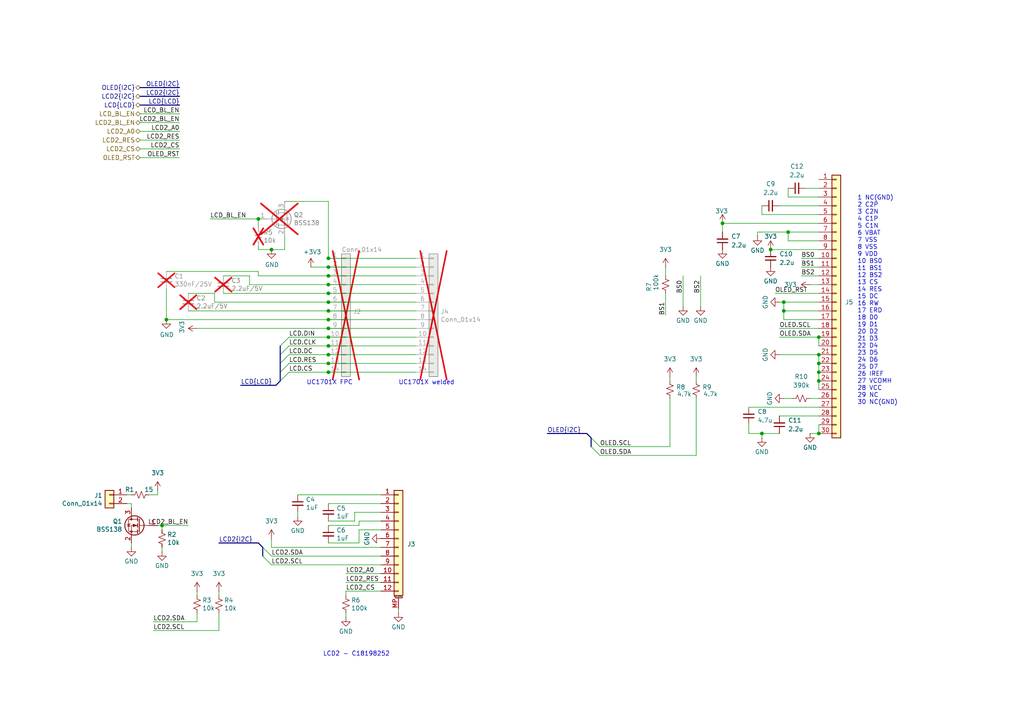
<source format=kicad_sch>
(kicad_sch (version 20250114) (generator "eeschema") (generator_version "9.0")
  (paper "A4")
  (title_block (title "OLED") (date "2025-07-15") (rev "V0.1") (company "Afonso Muralha"))
  (lib_symbols
    (symbol "Connector_Generic:Conn_01x02" (pin_names (offset 1.016) (hide yes))
      (property "Reference" "J" (at 0 2.54 0))
      (property "Value" "Conn_01x02" (at 0 -5.08 0))
      (symbol "Conn_01x02_1_1"
        (rectangle (start -1.27 1.27) (end 1.27 -3.81) (stroke (width 0.254)) (fill (type background)))
        (rectangle (start -1.27 0.127) (end 0 -0.127) (stroke (width 0.1524)))
        (rectangle (start -1.27 -2.413) (end 0 -2.667) (stroke (width 0.1524)))
        (pin passive line (at -5.08 0 0) (length 3.81) (name "Pin_1") (number "1"))
        (pin passive line (at -5.08 -2.54 0) (length 3.81) (name "Pin_2") (number "2"))
      )
    )
    (symbol "Connector_Generic:Conn_01x14" (pin_names (offset 1.016) (hide yes))
      (property "Reference" "J" (at 0 17.78 0))
      (property "Value" "Conn_01x14" (at 0 -20.32 0))
      (symbol "Conn_01x14_1_1"
        (rectangle (start -1.27 16.51) (end 1.27 -19.05) (stroke (width 0.254)) (fill (type background)))
        (rectangle (start -1.27 15.367) (end 0 15.113) (stroke (width 0.1524)))
        (rectangle (start -1.27 12.827) (end 0 12.573) (stroke (width 0.1524)))
        (rectangle (start -1.27 10.287) (end 0 10.033) (stroke (width 0.1524)))
        (rectangle (start -1.27 7.747) (end 0 7.493) (stroke (width 0.1524)))
        (rectangle (start -1.27 5.207) (end 0 4.953) (stroke (width 0.1524)))
        (rectangle (start -1.27 2.667) (end 0 2.413) (stroke (width 0.1524)))
        (rectangle (start -1.27 0.127) (end 0 -0.127) (stroke (width 0.1524)))
        (rectangle (start -1.27 -2.413) (end 0 -2.667) (stroke (width 0.1524)))
        (rectangle (start -1.27 -4.953) (end 0 -5.207) (stroke (width 0.1524)))
        (rectangle (start -1.27 -7.493) (end 0 -7.747) (stroke (width 0.1524)))
        (rectangle (start -1.27 -10.033) (end 0 -10.287) (stroke (width 0.1524)))
        (rectangle (start -1.27 -12.573) (end 0 -12.827) (stroke (width 0.1524)))
        (rectangle (start -1.27 -15.113) (end 0 -15.367) (stroke (width 0.1524)))
        (rectangle (start -1.27 -17.653) (end 0 -17.907) (stroke (width 0.1524)))
        (pin passive line (at -5.08 15.24 0) (length 3.81) (name "Pin_1") (number "1"))
        (pin passive line (at -5.08 12.7 0) (length 3.81) (name "Pin_2") (number "2"))
        (pin passive line (at -5.08 10.16 0) (length 3.81) (name "Pin_3") (number "3"))
        (pin passive line (at -5.08 7.62 0) (length 3.81) (name "Pin_4") (number "4"))
        (pin passive line (at -5.08 5.08 0) (length 3.81) (name "Pin_5") (number "5"))
        (pin passive line (at -5.08 2.54 0) (length 3.81) (name "Pin_6") (number "6"))
        (pin passive line (at -5.08 0 0) (length 3.81) (name "Pin_7") (number "7"))
        (pin passive line (at -5.08 -2.54 0) (length 3.81) (name "Pin_8") (number "8"))
        (pin passive line (at -5.08 -5.08 0) (length 3.81) (name "Pin_9") (number "9"))
        (pin passive line (at -5.08 -7.62 0) (length 3.81) (name "Pin_10") (number "10"))
        (pin passive line (at -5.08 -10.16 0) (length 3.81) (name "Pin_11") (number "11"))
        (pin passive line (at -5.08 -12.7 0) (length 3.81) (name "Pin_12") (number "12"))
        (pin passive line (at -5.08 -15.24 0) (length 3.81) (name "Pin_13") (number "13"))
        (pin passive line (at -5.08 -17.78 0) (length 3.81) (name "Pin_14") (number "14"))
      )
    )
    (symbol "Connector_Generic:Conn_01x30" (pin_names (offset 1.016) (hide yes))
      (property "Reference" "J" (at 0 38.1 0))
      (property "Value" "Conn_01x30" (at 0 -40.64 0))
      (symbol "Conn_01x30_1_1"
        (rectangle (start -1.27 36.83) (end 1.27 -39.37) (stroke (width 0.254)) (fill (type background)))
        (rectangle (start -1.27 35.687) (end 0 35.433) (stroke (width 0.1524)))
        (rectangle (start -1.27 33.147) (end 0 32.893) (stroke (width 0.1524)))
        (rectangle (start -1.27 30.607) (end 0 30.353) (stroke (width 0.1524)))
        (rectangle (start -1.27 28.067) (end 0 27.813) (stroke (width 0.1524)))
        (rectangle (start -1.27 25.527) (end 0 25.273) (stroke (width 0.1524)))
        (rectangle (start -1.27 22.987) (end 0 22.733) (stroke (width 0.1524)))
        (rectangle (start -1.27 20.447) (end 0 20.193) (stroke (width 0.1524)))
        (rectangle (start -1.27 17.907) (end 0 17.653) (stroke (width 0.1524)))
        (rectangle (start -1.27 15.367) (end 0 15.113) (stroke (width 0.1524)))
        (rectangle (start -1.27 12.827) (end 0 12.573) (stroke (width 0.1524)))
        (rectangle (start -1.27 10.287) (end 0 10.033) (stroke (width 0.1524)))
        (rectangle (start -1.27 7.747) (end 0 7.493) (stroke (width 0.1524)))
        (rectangle (start -1.27 5.207) (end 0 4.953) (stroke (width 0.1524)))
        (rectangle (start -1.27 2.667) (end 0 2.413) (stroke (width 0.1524)))
        (rectangle (start -1.27 0.127) (end 0 -0.127) (stroke (width 0.1524)))
        (rectangle (start -1.27 -2.413) (end 0 -2.667) (stroke (width 0.1524)))
        (rectangle (start -1.27 -4.953) (end 0 -5.207) (stroke (width 0.1524)))
        (rectangle (start -1.27 -7.493) (end 0 -7.747) (stroke (width 0.1524)))
        (rectangle (start -1.27 -10.033) (end 0 -10.287) (stroke (width 0.1524)))
        (rectangle (start -1.27 -12.573) (end 0 -12.827) (stroke (width 0.1524)))
        (rectangle (start -1.27 -15.113) (end 0 -15.367) (stroke (width 0.1524)))
        (rectangle (start -1.27 -17.653) (end 0 -17.907) (stroke (width 0.1524)))
        (rectangle (start -1.27 -20.193) (end 0 -20.447) (stroke (width 0.1524)))
        (rectangle (start -1.27 -22.733) (end 0 -22.987) (stroke (width 0.1524)))
        (rectangle (start -1.27 -25.273) (end 0 -25.527) (stroke (width 0.1524)))
        (rectangle (start -1.27 -27.813) (end 0 -28.067) (stroke (width 0.1524)))
        (rectangle (start -1.27 -30.353) (end 0 -30.607) (stroke (width 0.1524)))
        (rectangle (start -1.27 -32.893) (end 0 -33.147) (stroke (width 0.1524)))
        (rectangle (start -1.27 -35.433) (end 0 -35.687) (stroke (width 0.1524)))
        (rectangle (start -1.27 -37.973) (end 0 -38.227) (stroke (width 0.1524)))
        (pin passive line (at -5.08 35.56 0) (length 3.81) (name "Pin_1") (number "1"))
        (pin passive line (at -5.08 33.02 0) (length 3.81) (name "Pin_2") (number "2"))
        (pin passive line (at -5.08 30.48 0) (length 3.81) (name "Pin_3") (number "3"))
        (pin passive line (at -5.08 27.94 0) (length 3.81) (name "Pin_4") (number "4"))
        (pin passive line (at -5.08 25.4 0) (length 3.81) (name "Pin_5") (number "5"))
        (pin passive line (at -5.08 22.86 0) (length 3.81) (name "Pin_6") (number "6"))
        (pin passive line (at -5.08 20.32 0) (length 3.81) (name "Pin_7") (number "7"))
        (pin passive line (at -5.08 17.78 0) (length 3.81) (name "Pin_8") (number "8"))
        (pin passive line (at -5.08 15.24 0) (length 3.81) (name "Pin_9") (number "9"))
        (pin passive line (at -5.08 12.7 0) (length 3.81) (name "Pin_10") (number "10"))
        (pin passive line (at -5.08 10.16 0) (length 3.81) (name "Pin_11") (number "11"))
        (pin passive line (at -5.08 7.62 0) (length 3.81) (name "Pin_12") (number "12"))
        (pin passive line (at -5.08 5.08 0) (length 3.81) (name "Pin_13") (number "13"))
        (pin passive line (at -5.08 2.54 0) (length 3.81) (name "Pin_14") (number "14"))
        (pin passive line (at -5.08 0 0) (length 3.81) (name "Pin_15") (number "15"))
        (pin passive line (at -5.08 -2.54 0) (length 3.81) (name "Pin_16") (number "16"))
        (pin passive line (at -5.08 -5.08 0) (length 3.81) (name "Pin_17") (number "17"))
        (pin passive line (at -5.08 -7.62 0) (length 3.81) (name "Pin_18") (number "18"))
        (pin passive line (at -5.08 -10.16 0) (length 3.81) (name "Pin_19") (number "19"))
        (pin passive line (at -5.08 -12.7 0) (length 3.81) (name "Pin_20") (number "20"))
        (pin passive line (at -5.08 -15.24 0) (length 3.81) (name "Pin_21") (number "21"))
        (pin passive line (at -5.08 -17.78 0) (length 3.81) (name "Pin_22") (number "22"))
        (pin passive line (at -5.08 -20.32 0) (length 3.81) (name "Pin_23") (number "23"))
        (pin passive line (at -5.08 -22.86 0) (length 3.81) (name "Pin_24") (number "24"))
        (pin passive line (at -5.08 -25.4 0) (length 3.81) (name "Pin_25") (number "25"))
        (pin passive line (at -5.08 -27.94 0) (length 3.81) (name "Pin_26") (number "26"))
        (pin passive line (at -5.08 -30.48 0) (length 3.81) (name "Pin_27") (number "27"))
        (pin passive line (at -5.08 -33.02 0) (length 3.81) (name "Pin_28") (number "28"))
        (pin passive line (at -5.08 -35.56 0) (length 3.81) (name "Pin_29") (number "29"))
        (pin passive line (at -5.08 -38.1 0) (length 3.81) (name "Pin_30") (number "30"))
      )
    )
    (symbol "Connector_Generic_MountingPin:Conn_01x12_MountingPin" (pin_names (offset 1.016) (hide yes))
      (property "Reference" "J" (at 0 15.24 0))
      (property "Value" "Conn_01x12_MountingPin" (at 1.27 -17.78 0))
      (symbol "Conn_01x12_MountingPin_1_1"
        (rectangle (start -1.27 13.97) (end 1.27 -16.51) (stroke (width 0.254)) (fill (type background)))
        (rectangle (start -1.27 12.827) (end 0 12.573) (stroke (width 0.1524)))
        (rectangle (start -1.27 10.287) (end 0 10.033) (stroke (width 0.1524)))
        (rectangle (start -1.27 7.747) (end 0 7.493) (stroke (width 0.1524)))
        (rectangle (start -1.27 5.207) (end 0 4.953) (stroke (width 0.1524)))
        (rectangle (start -1.27 2.667) (end 0 2.413) (stroke (width 0.1524)))
        (rectangle (start -1.27 0.127) (end 0 -0.127) (stroke (width 0.1524)))
        (rectangle (start -1.27 -2.413) (end 0 -2.667) (stroke (width 0.1524)))
        (rectangle (start -1.27 -4.953) (end 0 -5.207) (stroke (width 0.1524)))
        (rectangle (start -1.27 -7.493) (end 0 -7.747) (stroke (width 0.1524)))
        (rectangle (start -1.27 -10.033) (end 0 -10.287) (stroke (width 0.1524)))
        (rectangle (start -1.27 -12.573) (end 0 -12.827) (stroke (width 0.1524)))
        (rectangle (start -1.27 -15.113) (end 0 -15.367) (stroke (width 0.1524)))
        (polyline (pts (xy -1.016 -17.272) (xy 1.016 -17.272)) (stroke (width 0.1524)))
        (text "Mounting" (at 0 -16.891 0) (effects (font (size 0.381 0.381))))
        (pin passive line (at -5.08 12.7 0) (length 3.81) (name "Pin_1") (number "1"))
        (pin passive line (at -5.08 10.16 0) (length 3.81) (name "Pin_2") (number "2"))
        (pin passive line (at -5.08 7.62 0) (length 3.81) (name "Pin_3") (number "3"))
        (pin passive line (at -5.08 5.08 0) (length 3.81) (name "Pin_4") (number "4"))
        (pin passive line (at -5.08 2.54 0) (length 3.81) (name "Pin_5") (number "5"))
        (pin passive line (at -5.08 0 0) (length 3.81) (name "Pin_6") (number "6"))
        (pin passive line (at -5.08 -2.54 0) (length 3.81) (name "Pin_7") (number "7"))
        (pin passive line (at -5.08 -5.08 0) (length 3.81) (name "Pin_8") (number "8"))
        (pin passive line (at -5.08 -7.62 0) (length 3.81) (name "Pin_9") (number "9"))
        (pin passive line (at -5.08 -10.16 0) (length 3.81) (name "Pin_10") (number "10"))
        (pin passive line (at -5.08 -12.7 0) (length 3.81) (name "Pin_11") (number "11"))
        (pin passive line (at -5.08 -15.24 0) (length 3.81) (name "Pin_12") (number "12"))
        (pin passive line (at 0 -20.32 90) (length 3.048) (name "MountPin") (number "MP"))
      )
    )
    (symbol "Device:C_Small" (pin_numbers (hide yes)) (pin_names (offset 0.254) (hide yes))
      (property "Reference" "C" (at 0.254 1.778 0))
      (property "Value" "C_Small" (at 0.254 -2.032 0))
      (symbol "C_Small_0_1"
        (polyline (pts (xy -1.524 0.508) (xy 1.524 0.508)) (stroke (width 0.3048)))
        (polyline (pts (xy -1.524 -0.508) (xy 1.524 -0.508)) (stroke (width 0.3302)))
      )
      (symbol "C_Small_1_1"
        (pin passive line (at 0 2.54 270) (length 2.032) (name "~") (number "1"))
        (pin passive line (at 0 -2.54 90) (length 2.032) (name "~") (number "2"))
      )
    )
    (symbol "Device:R_Small_US" (pin_numbers (hide yes)) (pin_names (offset 0.254) (hide yes))
      (property "Reference" "R" (at 0.762 0.508 0))
      (property "Value" "R_Small_US" (at 0.762 -1.016 0))
      (symbol "R_Small_US_1_1"
        (polyline (pts (xy 0 1.524) (xy 1.016 1.143) (xy 0 0.762) (xy -1.016 0.381) (xy 0 0)))
        (polyline (pts (xy 0 0) (xy 1.016 -0.381) (xy 0 -0.762) (xy -1.016 -1.143) (xy 0 -1.524)))
        (pin passive line (at 0 2.54 270) (length 1.016) (name "~") (number "1"))
        (pin passive line (at 0 -2.54 90) (length 1.016) (name "~") (number "2"))
      )
    )
    (symbol "OpenTama-rescue:+3.3V-power" (power) (pin_names (offset 0))
      (property "Value" "+3.3V-power" (at 0 3.556 0))
      (symbol "+3.3V-power_0_1"
        (polyline (pts (xy -0.762 1.27) (xy 0 2.54)))
        (polyline (pts (xy 0 2.54) (xy 0.762 1.27)))
        (polyline (pts (xy 0 0) (xy 0 2.54)))
      )
      (symbol "+3.3V-power_1_1"
        (pin power_in line (at 0 0 90) (length 0) (hide yes) (name "+3V3") (number "1"))
      )
    )
    (symbol "Transistor_FET:BSS138" (pin_names (hide yes))
      (property "Reference" "Q" (at 5.08 1.905 0))
      (property "Value" "BSS138" (at 5.08 0 0))
      (symbol "BSS138_0_1"
        (polyline (pts (xy 0.254 1.905) (xy 0.254 -1.905)) (stroke (width 0.254)))
        (polyline (pts (xy 0.254 0) (xy -2.54 0)))
        (polyline (pts (xy 0.762 2.286) (xy 0.762 1.27)) (stroke (width 0.254)))
        (polyline (pts (xy 0.762 0.508) (xy 0.762 -0.508)) (stroke (width 0.254)))
        (polyline (pts (xy 0.762 -1.27) (xy 0.762 -2.286)) (stroke (width 0.254)))
        (polyline (pts (xy 0.762 -1.778) (xy 3.302 -1.778) (xy 3.302 1.778) (xy 0.762 1.778)))
        (polyline (pts (xy 1.016 0) (xy 2.032 0.381) (xy 2.032 -0.381) (xy 1.016 0)) (fill (type outline)))
        (circle (center 1.651 0) (radius 2.794) (stroke (width 0.254)))
        (polyline (pts (xy 2.54 2.54) (xy 2.54 1.778)))
        (circle (center 2.54 1.778) (radius 0.254) (fill (type outline)))
        (circle (center 2.54 -1.778) (radius 0.254) (fill (type outline)))
        (polyline (pts (xy 2.54 -2.54) (xy 2.54 0) (xy 0.762 0)))
        (polyline (pts (xy 2.794 0.508) (xy 2.921 0.381) (xy 3.683 0.381) (xy 3.81 0.254)))
        (polyline (pts (xy 3.302 0.381) (xy 2.921 -0.254) (xy 3.683 -0.254) (xy 3.302 0.381)))
      )
      (symbol "BSS138_1_1"
        (pin input line (at -5.08 0 0) (length 2.54) (name "G") (number "1"))
        (pin passive line (at 2.54 5.08 270) (length 2.54) (name "D") (number "3"))
        (pin passive line (at 2.54 -5.08 90) (length 2.54) (name "S") (number "2"))
      )
    )
    (symbol "power:+3.3V" (power) (pin_numbers (hide yes)) (pin_names (offset 0) (hide yes))
      (property "Value" "+3.3V" (at 0 3.556 0))
      (symbol "+3.3V_0_1"
        (polyline (pts (xy -0.762 1.27) (xy 0 2.54)))
        (polyline (pts (xy 0 2.54) (xy 0.762 1.27)))
        (polyline (pts (xy 0 0) (xy 0 2.54)))
      )
      (symbol "+3.3V_1_1"
        (pin power_in line (at 0 0 90) (length 0) (name "~") (number "1"))
      )
    )
    (symbol "power:GND" (power) (pin_numbers (hide yes)) (pin_names (offset 0) (hide yes))
      (property "Value" "GND" (at 0 -3.81 0))
      (symbol "GND_0_1"
        (polyline (pts (xy 0 0) (xy 0 -1.27) (xy 1.27 -1.27) (xy 0 -2.54) (xy -1.27 -1.27) (xy 0 -1.27)))
      )
      (symbol "GND_1_1"
        (pin power_in line (at 0 0 270) (length 0) (name "~") (number "1"))
      )
    )
  )
  (bus_alias "I2C" (members "SDA" "SCL"))
  (bus_alias "LCD" (members "DIN" "CLK" "DC" "RES" "CS"))
  (text "UC1701X welded" (at 115.57 111.76 0) (effects (font (size 1.27 1.27)) (justify left bottom)))
  (text "UC1701X FPC" (at 88.9 111.76 0) (effects (font (size 1.27 1.27)) (justify left bottom)))
  (text "1 NC(GND)\n2 C2P\n3 C2N\n4 C1P\n5 C1N\n6 VBAT\n7 VSS\n8 VSS\n9 VDD\n10 BS0\n11 BS1\n12 BS2\n13 CS\n14 RES\n15 DC\n16 RW\n17 ERD\n18 D0\n19 D1\n20 D2\n21 D3\n22 D4\n23 D5\n24 D6\n25 D7\n26 IREF\n27 VCOMH\n28 VCC\n29 NC\n30 NC(GND)" (at 248.666 87.122 0) (effects (font (size 1.27 1.27)) (justify left)))
  (text "LCD2 - C18198252\n" (at 103.378 189.738 0) (effects (font (size 1.27 1.27))))
  (junction (at 95.25 92.71))
  (junction (at 95.25 87.63))
  (junction (at 237.49 110.49))
  (junction (at 95.25 95.25))
  (junction (at 95.25 90.17))
  (junction (at 95.25 100.33))
  (junction (at 95.25 74.93))
  (junction (at 95.25 80.01))
  (junction (at 237.49 105.41))
  (junction (at 223.52 72.39))
  (junction (at 227.33 87.63))
  (junction (at 95.25 77.47))
  (junction (at 237.49 125.73))
  (junction (at 95.25 107.95))
  (junction (at 237.49 107.95))
  (junction (at 237.49 97.79))
  (junction (at 220.98 125.73))
  (junction (at 228.6 67.31))
  (junction (at 78.74 72.39))
  (junction (at 95.25 102.87))
  (junction (at 95.25 82.55))
  (junction (at 48.26 92.71))
  (junction (at 237.49 102.87))
  (junction (at 46.99 152.4))
  (junction (at 209.55 64.77))
  (junction (at 227.33 90.17))
  (junction (at 74.93 63.5))
  (junction (at 95.25 97.79))
  (junction (at 95.25 105.41))
  (junction (at 95.25 85.09))
  (bus_entry (at 81.28 107.95) (size 2.54 -2.54))
  (bus_entry (at 76.2 161.29) (size 2.54 2.54))
  (bus_entry (at 81.28 102.87) (size 2.54 -2.54))
  (bus_entry (at 76.2 158.75) (size 2.54 2.54))
  (bus_entry (at 81.28 105.41) (size 2.54 -2.54))
  (bus_entry (at 171.45 129.54) (size 2.54 2.54))
  (bus_entry (at 81.28 100.33) (size 2.54 -2.54))
  (bus_entry (at 171.45 127) (size 2.54 2.54))
  (bus_entry (at 81.28 110.49) (size 2.54 -2.54))
  (wire (pts (xy 36.83 143.51) (xy 38.1 143.51)))
  (wire (pts (xy 220.98 125.73) (xy 220.98 127)))
  (wire (pts (xy 74.93 66.04) (xy 74.93 63.5)))
  (wire (pts (xy 86.36 148.59) (xy 86.36 149.86)))
  (wire (pts (xy 120.65 92.71) (xy 95.25 92.71)))
  (wire (pts (xy 43.18 143.51) (xy 45.72 143.51)))
  (wire (pts (xy 48.26 83.82) (xy 48.26 92.71)))
  (wire (pts (xy 54.61 90.17) (xy 95.25 90.17)))
  (wire (pts (xy 193.04 85.09) (xy 193.04 91.44)))
  (wire (pts (xy 223.52 72.39) (xy 237.49 72.39)))
  (wire (pts (xy 102.87 151.13) (xy 102.87 148.59)))
  (wire (pts (xy 83.82 107.95) (xy 95.25 107.95)))
  (bus (pts (xy 40.64 30.48) (xy 52.07 30.48)))
  (wire (pts (xy 237.49 105.41) (xy 237.49 107.95)))
  (wire (pts (xy 234.95 115.57) (xy 237.49 115.57)))
  (wire (pts (xy 234.95 125.73) (xy 237.49 125.73)))
  (wire (pts (xy 95.25 82.55) (xy 72.39 82.55)))
  (wire (pts (xy 36.83 146.05) (xy 38.1 146.05)))
  (wire (pts (xy 72.39 80.01) (xy 64.77 80.01)))
  (wire (pts (xy 38.1 146.05) (xy 38.1 147.32)))
  (wire (pts (xy 228.6 67.31) (xy 237.49 67.31)))
  (wire (pts (xy 227.33 115.57) (xy 229.87 115.57)))
  (wire (pts (xy 227.33 87.63) (xy 237.49 87.63)))
  (bus (pts (xy 81.28 107.95) (xy 81.28 105.41)))
  (wire (pts (xy 40.64 38.1) (xy 52.07 38.1)))
  (wire (pts (xy 78.74 156.21) (xy 78.74 158.75)))
  (wire (pts (xy 95.25 80.01) (xy 120.65 80.01)))
  (wire (pts (xy 193.04 77.47) (xy 193.04 80.01)))
  (wire (pts (xy 78.74 72.39) (xy 74.93 72.39)))
  (wire (pts (xy 95.25 95.25) (xy 120.65 95.25)))
  (wire (pts (xy 63.5 171.45) (xy 63.5 172.72)))
  (wire (pts (xy 62.23 87.63) (xy 62.23 85.09)))
  (bus (pts (xy 158.75 125.73) (xy 170.18 125.73)))
  (wire (pts (xy 83.82 100.33) (xy 95.25 100.33)))
  (wire (pts (xy 95.25 146.05) (xy 110.49 146.05)))
  (wire (pts (xy 40.64 45.72) (xy 52.07 45.72)))
  (wire (pts (xy 62.23 85.09) (xy 54.61 85.09)))
  (wire (pts (xy 100.33 166.37) (xy 110.49 166.37)))
  (wire (pts (xy 194.31 115.57) (xy 194.31 129.54)))
  (wire (pts (xy 237.49 62.23) (xy 220.98 62.23)))
  (wire (pts (xy 120.65 77.47) (xy 95.25 77.47)))
  (wire (pts (xy 100.33 171.45) (xy 110.49 171.45)))
  (wire (pts (xy 217.17 118.11) (xy 237.49 118.11)))
  (wire (pts (xy 74.93 78.74) (xy 48.26 78.74)))
  (wire (pts (xy 82.55 72.39) (xy 78.74 72.39)))
  (wire (pts (xy 40.64 40.64) (xy 52.07 40.64)))
  (wire (pts (xy 104.14 152.4) (xy 104.14 151.13)))
  (wire (pts (xy 233.68 54.61) (xy 237.49 54.61)))
  (wire (pts (xy 232.41 77.47) (xy 237.49 77.47)))
  (wire (pts (xy 173.99 129.54) (xy 194.31 129.54)))
  (wire (pts (xy 48.26 92.71) (xy 95.25 92.71)))
  (wire (pts (xy 220.98 59.69) (xy 220.98 62.23)))
  (wire (pts (xy 46.99 152.4) (xy 54.61 152.4)))
  (wire (pts (xy 226.06 97.79) (xy 237.49 97.79)))
  (wire (pts (xy 219.71 68.58) (xy 219.71 67.31)))
  (wire (pts (xy 95.25 100.33) (xy 120.65 100.33)))
  (wire (pts (xy 226.06 59.69) (xy 237.49 59.69)))
  (wire (pts (xy 40.64 33.02) (xy 52.07 33.02)))
  (bus (pts (xy 170.18 125.73) (xy 171.45 127)))
  (bus (pts (xy 81.28 102.87) (xy 81.28 100.33)))
  (wire (pts (xy 95.25 74.93) (xy 120.65 74.93)))
  (wire (pts (xy 74.93 72.39) (xy 74.93 71.12)))
  (wire (pts (xy 40.64 43.18) (xy 52.07 43.18)))
  (bus (pts (xy 63.5 157.48) (xy 74.93 157.48)))
  (wire (pts (xy 226.06 102.87) (xy 237.49 102.87)))
  (wire (pts (xy 228.6 67.31) (xy 228.6 69.85)))
  (wire (pts (xy 220.98 125.73) (xy 217.17 125.73)))
  (wire (pts (xy 173.99 132.08) (xy 201.93 132.08)))
  (wire (pts (xy 232.41 74.93) (xy 237.49 74.93)))
  (wire (pts (xy 95.25 90.17) (xy 120.65 90.17)))
  (wire (pts (xy 95.25 58.42) (xy 95.25 74.93)))
  (bus (pts (xy 40.64 25.4) (xy 52.07 25.4)))
  (wire (pts (xy 83.82 105.41) (xy 95.25 105.41)))
  (bus (pts (xy 74.93 157.48) (xy 76.2 158.75)))
  (wire (pts (xy 237.49 102.87) (xy 237.49 105.41)))
  (wire (pts (xy 201.93 109.22) (xy 201.93 110.49)))
  (wire (pts (xy 102.87 148.59) (xy 110.49 148.59)))
  (wire (pts (xy 201.93 115.57) (xy 201.93 132.08)))
  (wire (pts (xy 46.99 158.75) (xy 46.99 160.02)))
  (wire (pts (xy 227.33 90.17) (xy 227.33 92.71)))
  (wire (pts (xy 44.45 182.88) (xy 63.5 182.88)))
  (wire (pts (xy 44.45 180.34) (xy 57.15 180.34)))
  (wire (pts (xy 227.33 87.63) (xy 227.33 90.17)))
  (wire (pts (xy 226.06 120.65) (xy 237.49 120.65)))
  (wire (pts (xy 95.25 80.01) (xy 74.93 80.01)))
  (wire (pts (xy 83.82 102.87) (xy 95.25 102.87)))
  (wire (pts (xy 232.41 80.01) (xy 237.49 80.01)))
  (wire (pts (xy 45.72 142.24) (xy 45.72 143.51)))
  (bus (pts (xy 52.07 27.94) (xy 40.64 27.94)))
  (wire (pts (xy 219.71 67.31) (xy 228.6 67.31)))
  (wire (pts (xy 57.15 177.8) (xy 57.15 180.34)))
  (wire (pts (xy 86.36 143.51) (xy 110.49 143.51)))
  (wire (pts (xy 60.96 63.5) (xy 74.93 63.5)))
  (wire (pts (xy 104.14 151.13) (xy 110.49 151.13)))
  (wire (pts (xy 95.25 152.4) (xy 104.14 152.4)))
  (wire (pts (xy 100.33 177.8) (xy 100.33 179.07)))
  (wire (pts (xy 104.14 153.67) (xy 104.14 157.48)))
  (wire (pts (xy 226.06 95.25) (xy 237.49 95.25)))
  (wire (pts (xy 95.25 58.42) (xy 82.55 58.42)))
  (wire (pts (xy 237.49 110.49) (xy 237.49 113.03)))
  (wire (pts (xy 95.25 105.41) (xy 120.65 105.41)))
  (wire (pts (xy 228.6 69.85) (xy 237.49 69.85)))
  (wire (pts (xy 217.17 125.73) (xy 217.17 123.19)))
  (bus (pts (xy 80.01 111.76) (xy 81.28 110.49)))
  (bus (pts (xy 69.85 111.76) (xy 80.01 111.76)))
  (wire (pts (xy 57.15 95.25) (xy 95.25 95.25)))
  (wire (pts (xy 90.17 77.47) (xy 95.25 77.47)))
  (wire (pts (xy 63.5 177.8) (xy 63.5 182.88)))
  (wire (pts (xy 100.33 172.72) (xy 100.33 171.45)))
  (wire (pts (xy 194.31 109.22) (xy 194.31 110.49)))
  (wire (pts (xy 226.06 125.73) (xy 220.98 125.73)))
  (wire (pts (xy 95.25 157.48) (xy 104.14 157.48)))
  (wire (pts (xy 120.65 82.55) (xy 95.25 82.55)))
  (wire (pts (xy 45.72 152.4) (xy 46.99 152.4)))
  (wire (pts (xy 40.64 35.56) (xy 52.07 35.56)))
  (wire (pts (xy 227.33 92.71) (xy 237.49 92.71)))
  (wire (pts (xy 57.15 171.45) (xy 57.15 172.72)))
  (wire (pts (xy 228.6 54.61) (xy 228.6 57.15)))
  (wire (pts (xy 227.33 90.17) (xy 237.49 90.17)))
  (wire (pts (xy 110.49 153.67) (xy 104.14 153.67)))
  (wire (pts (xy 38.1 157.48) (xy 38.1 158.75)))
  (wire (pts (xy 209.55 64.77) (xy 209.55 67.31)))
  (bus (pts (xy 81.28 110.49) (xy 81.28 107.95)))
  (wire (pts (xy 120.65 107.95) (xy 95.25 107.95)))
  (wire (pts (xy 237.49 123.19) (xy 237.49 125.73)))
  (wire (pts (xy 120.65 97.79) (xy 95.25 97.79)))
  (wire (pts (xy 78.74 161.29) (xy 110.49 161.29)))
  (wire (pts (xy 82.55 68.58) (xy 82.55 72.39)))
  (wire (pts (xy 110.49 158.75) (xy 78.74 158.75)))
  (wire (pts (xy 95.25 151.13) (xy 102.87 151.13)))
  (wire (pts (xy 234.95 82.55) (xy 237.49 82.55)))
  (wire (pts (xy 95.25 85.09) (xy 120.65 85.09)))
  (wire (pts (xy 237.49 97.79) (xy 237.49 100.33)))
  (wire (pts (xy 237.49 107.95) (xy 237.49 110.49)))
  (wire (pts (xy 120.65 87.63) (xy 95.25 87.63)))
  (wire (pts (xy 100.33 168.91) (xy 110.49 168.91)))
  (wire (pts (xy 74.93 80.01) (xy 74.93 78.74)))
  (wire (pts (xy 198.12 80.01) (xy 198.12 88.9)))
  (wire (pts (xy 228.6 57.15) (xy 237.49 57.15)))
  (bus (pts (xy 171.45 127) (xy 171.45 129.54)))
  (wire (pts (xy 120.65 102.87) (xy 95.25 102.87)))
  (wire (pts (xy 115.57 176.53) (xy 115.57 177.8)))
  (wire (pts (xy 62.23 87.63) (xy 95.25 87.63)))
  (bus (pts (xy 81.28 105.41) (xy 81.28 102.87)))
  (wire (pts (xy 83.82 97.79) (xy 95.25 97.79)))
  (wire (pts (xy 224.79 85.09) (xy 237.49 85.09)))
  (wire (pts (xy 237.49 64.77) (xy 209.55 64.77)))
  (wire (pts (xy 78.74 163.83) (xy 110.49 163.83)))
  (wire (pts (xy 64.77 85.09) (xy 95.25 85.09)))
  (wire (pts (xy 226.06 87.63) (xy 227.33 87.63)))
  (bus (pts (xy 76.2 158.75) (xy 76.2 161.29)))
  (wire (pts (xy 203.2 80.01) (xy 203.2 88.9)))
  (wire (pts (xy 72.39 82.55) (xy 72.39 80.01)))
  (wire (pts (xy 46.99 152.4) (xy 46.99 153.67)))
  (label "BS2" (at 203.2 85.09 90))
  (label "LCD2{I2C}" (at 63.5 157.48 0))
  (label "LCD2_BL_EN" (at 54.61 152.4 180))
  (label "OLED{I2C}" (at 158.75 125.73 0))
  (label "BS0" (at 232.41 74.93 0))
  (label "LCD2_CS" (at 52.07 43.18 180))
  (label "LCD.DIN" (at 83.82 97.79 0))
  (label "BS0" (at 198.12 85.09 90))
  (label "LCD2_A0" (at 52.07 38.1 180))
  (label "OLED.SDA" (at 226.06 97.79 0))
  (label "OLED_RST" (at 52.07 45.72 180))
  (label "LCD2_RES" (at 100.33 168.91 0))
  (label "LCD.RES" (at 83.82 105.41 0))
  (label "LCD_BL_EN" (at 52.07 33.02 180))
  (label "LCD2_CS" (at 100.33 171.45 0))
  (label "LCD2_A0" (at 100.33 166.37 0))
  (label "OLED.SCL" (at 226.06 95.25 0))
  (label "LCD_BL_EN" (at 60.96 63.5 0))
  (label "OLED.SCL" (at 173.99 129.54 0))
  (label "BS1" (at 193.04 91.44 90))
  (label "LCD.CLK" (at 83.82 100.33 0))
  (label "LCD2.SCL" (at 78.74 163.83 0))
  (label "LCD.DC" (at 83.82 102.87 0))
  (label "LCD2.SCL" (at 44.45 182.88 0))
  (label "OLED_RST" (at 224.79 85.09 0))
  (label "LCD{LCD}" (at 69.85 111.76 0))
  (label "BS2" (at 232.41 80.01 0))
  (label "LCD{LCD}" (at 52.07 30.48 180))
  (label "OLED{I2C}" (at 52.07 25.4 180))
  (label "OLED.SDA" (at 173.99 132.08 0))
  (label "LCD2.SDA" (at 44.45 180.34 0))
  (label "LCD2_BL_EN" (at 52.07 35.56 180))
  (label "LCD2{I2C}" (at 52.07 27.94 180))
  (label "LCD2.SDA" (at 78.74 161.29 0))
  (label "BS1" (at 232.41 77.47 0))
  (label "LCD2_RES" (at 52.07 40.64 180))
  (label "LCD.CS" (at 83.82 107.95 0))
  (hierarchical_label "LCD_BL_EN" (shape bidirectional) (at 40.64 33.02 180))
  (hierarchical_label "LCD2_RES" (shape bidirectional) (at 40.64 40.64 180))
  (hierarchical_label "LCD2_A0" (shape bidirectional) (at 40.64 38.1 180))
  (hierarchical_label "OLED_RST" (shape bidirectional) (at 40.64 45.72 180))
  (hierarchical_label "LCD2_CS" (shape bidirectional) (at 40.64 43.18 180))
  (hierarchical_label "LCD2{I2C}" (shape bidirectional) (at 40.64 27.94 180))
  (hierarchical_label "LCD2_BL_EN" (shape bidirectional) (at 40.64 35.56 180))
  (hierarchical_label "LCD{LCD}" (shape bidirectional) (at 40.64 30.48 180))
  (hierarchical_label "OLED{I2C}" (shape bidirectional) (at 40.64 25.4 180))
  (symbol (lib_id "Device:C_Small") (at 64.77 82.55 0) (unit 1) (in_bom no) (on_board no) (dnp yes)
    (property "Reference" "C3" (at 67.1068 81.3816 0) (effects (justify left)))
    (property "Value" "2.2uF/5V" (at 67.1068 83.693 0) (effects (justify left)))
    (property "Footprint" "Capacitor_SMD:C_0402_1005Metric" (effects (hide yes)))
  )
  (symbol (lib_id "Connector_Generic:Conn_01x14") (at 125.73 90.17 0) (unit 1) (in_bom no) (on_board no) (dnp yes)
    (property "Reference" "J4" (at 127.762 90.3732 0) (effects (justify left)))
    (property "Value" "Conn_01x14" (at 127.762 92.6846 0) (effects (justify left)))
    (property "Footprint" "TamagotchiThing:LCD_14p_0.6mm" (effects (hide yes)))
  )
  (symbol (lib_id "Device:R_Small_US") (at 74.93 68.58 0) (unit 1) (in_bom no) (on_board no) (dnp yes)
    (property "Reference" "R5" (at 76.4286 67.4116 0) (effects (justify left)))
    (property "Value" "10k" (at 76.4286 69.723 0) (effects (justify left)))
    (property "Footprint" "Resistor_SMD:R_0402_1005Metric" (effects (hide yes)))
    (property "Description" "Resistor, small US symbol" (effects (hide yes)))
  )
  (symbol (lib_id "power:GND") (at 100.33 179.07 0) (unit 1)
    (property "Reference" "#PWR012" (effects (hide yes)))
    (property "Value" "GND" (at 100.33 183.134 0))
    (property "Description" "Power symbol creates a global label with name \"GND\" , ground" (effects (hide yes)))
  )
  (symbol (lib_id "Device:C_Small") (at 217.17 120.65 180) (unit 1)
    (property "Reference" "C8" (at 219.71 119.3735 0) (effects (justify right)))
    (property "Value" "4.7u" (at 219.71 121.9135 0) (effects (justify right)))
    (property "Footprint" "Capacitor_SMD:C_0402_1005Metric" (effects (hide yes)))
  )
  (symbol (lib_id "Device:R_Small_US") (at 40.64 143.51 90) (unit 1)
    (property "Reference" "R1" (at 37.592 141.986 90))
    (property "Value" "15" (at 43.18 141.986 90))
    (property "Footprint" "Resistor_SMD:R_0402_1005Metric" (effects (hide yes)))
    (property "Description" "Resistor, small US symbol" (effects (hide yes)))
  )
  (symbol (lib_id "power:+3.3V") (at 234.95 82.55 90) (unit 1)
    (property "Reference" "#PWR029" (effects (hide yes)))
    (property "Value" "3V3" (at 231.14 82.5499 90) (effects (justify left)))
    (property "Description" "Power symbol creates a global label with name \"+3.3V\"" (effects (hide yes)))
  )
  (symbol (lib_id "OpenTama-rescue:+3.3V-power") (at 90.17 77.47 0) (unit 1)
    (property "Reference" "#PWR011" (effects (hide yes)))
    (property "Value" "+3V3" (at 90.551 73.0758 0))
  )
  (symbol (lib_id "Device:R_Small_US") (at 63.5 175.26 0) (unit 1)
    (property "Reference" "R4" (at 64.9986 174.0916 0) (effects (justify left)))
    (property "Value" "10k" (at 64.9986 176.403 0) (effects (justify left)))
    (property "Footprint" "Resistor_SMD:R_0402_1005Metric" (effects (hide yes)))
    (property "Description" "Resistor, small US symbol" (effects (hide yes)))
  )
  (symbol (lib_id "Device:R_Small_US") (at 232.41 115.57 90) (unit 1)
    (property "Reference" "R10" (at 232.41 109.22 90))
    (property "Value" "390k" (at 232.41 111.76 90))
    (property "Footprint" "Capacitor_SMD:C_0402_1005Metric" (effects (hide yes)))
    (property "Description" "Resistor, small US symbol" (effects (hide yes)))
  )
  (symbol (lib_id "Device:C_Small") (at 95.25 154.94 0) (unit 1)
    (property "Reference" "C6" (at 97.5868 153.7716 0) (effects (justify left)))
    (property "Value" "1uF" (at 97.5868 156.083 0) (effects (justify left)))
    (property "Footprint" "Capacitor_SMD:C_0402_1005Metric" (effects (hide yes)))
    (property "Voltage" "16V" (effects (hide yes)))
  )
  (symbol (lib_id "Connector_Generic:Conn_01x14") (at 100.33 90.17 0) (unit 1) (in_bom no) (on_board no) (dnp yes)
    (property "Reference" "J2" (at 102.362 90.3732 0) (effects (justify left)))
    (property "Value" "Conn_01x14" (at 99.06 72.39 0) (effects (justify left)))
    (property "Footprint" "TamagotchiThing:Hirose_FH34SRJ-14S-0.5SH_1x14-1MP_P0.50mm_Horizontal" (effects (hide yes)))
    (property "Datasheet" "https://datasheet.lcsc.com/lcsc/1811071030_HRS-Hirose-FH34SRJ-14S-0.5SH-50_C324724.pdf" (effects (hide yes)))
    (property "LCSC" "C324724" (effects (hide yes)))
    (property "JLCRotOffset" "180" (effects (hide yes)))
  )
  (symbol (lib_id "Device:R_Small_US") (at 193.04 82.55 180) (unit 1)
    (property "Reference" "R7" (at 188.214 84.582 90) (effects (justify right)))
    (property "Value" "100k" (at 190.246 84.328 90) (effects (justify right)))
    (property "Footprint" "Resistor_SMD:R_0402_1005Metric" (effects (hide yes)))
    (property "Description" "Resistor, small US symbol" (effects (hide yes)))
  )
  (symbol (lib_id "Device:C_Small") (at 223.52 74.93 180) (unit 1)
    (property "Reference" "C10" (at 226.06 73.6535 0) (effects (justify right)))
    (property "Value" "2.2u" (at 226.06 76.1935 0) (effects (justify right)))
    (property "Footprint" "Capacitor_SMD:C_0402_1005Metric" (effects (hide yes)))
  )
  (symbol (lib_id "power:GND") (at 227.33 115.57 270) (unit 1)
    (property "Reference" "#PWR028" (effects (hide yes)))
    (property "Value" "GND" (at 223.266 115.57 0))
    (property "Description" "Power symbol creates a global label with name \"GND\" , ground" (effects (hide yes)))
  )
  (symbol (lib_id "power:GND") (at 219.71 68.58 0) (unit 1)
    (property "Reference" "#PWR022" (effects (hide yes)))
    (property "Value" "GND" (at 219.71 72.644 0))
    (property "Description" "Power symbol creates a global label with name \"GND\" , ground" (effects (hide yes)))
  )
  (symbol (lib_id "Transistor_FET:BSS138") (at 40.64 152.4 0) (mirror y) (unit 1)
    (property "Reference" "Q1" (at 35.4584 151.2316 0) (effects (justify left)))
    (property "Value" "BSS138" (at 35.4584 153.543 0) (effects (justify left)))
    (property "Footprint" "Package_TO_SOT_SMD:SOT-23" (effects (hide yes)))
    (property "Datasheet" "https://www.onsemi.com/pub/Collateral/BSS138-D.PDF" (effects (hide yes)))
    (property "LCSC" "C347484" (effects (hide yes)))
    (property "JLCRotOffset" "180" (effects (hide yes)))
  )
  (symbol (lib_id "power:GND") (at 223.52 77.47 0) (unit 1)
    (property "Reference" "#PWR025" (effects (hide yes)))
    (property "Value" "GND" (at 223.52 81.534 0))
    (property "Description" "Power symbol creates a global label with name \"GND\" , ground" (effects (hide yes)))
  )
  (symbol (lib_id "power:GND") (at 209.55 72.39 0) (unit 1)
    (property "Reference" "#PWR021" (effects (hide yes)))
    (property "Value" "GND" (at 209.55 76.454 0))
    (property "Description" "Power symbol creates a global label with name \"GND\" , ground" (effects (hide yes)))
  )
  (symbol (lib_id "Device:C_Small") (at 226.06 123.19 180) (unit 1)
    (property "Reference" "C11" (at 228.6 121.9135 0) (effects (justify right)))
    (property "Value" "2.2u" (at 228.6 124.4535 0) (effects (justify right)))
    (property "Footprint" "Capacitor_SMD:C_0402_1005Metric" (effects (hide yes)))
  )
  (symbol (lib_id "Device:R_Small_US") (at 201.93 113.03 180) (unit 1)
    (property "Reference" "R9" (at 203.708 112.268 0) (effects (justify right)))
    (property "Value" "4.7k" (at 203.962 114.3 0) (effects (justify right)))
    (property "Footprint" "Capacitor_SMD:C_0402_1005Metric" (effects (hide yes)))
    (property "Description" "Resistor, small US symbol" (effects (hide yes)))
  )
  (symbol (lib_id "Device:R_Small_US") (at 194.31 113.03 180) (unit 1)
    (property "Reference" "R8" (at 196.088 112.268 0) (effects (justify right)))
    (property "Value" "4.7k" (at 196.342 114.3 0) (effects (justify right)))
    (property "Footprint" "Capacitor_SMD:C_0402_1005Metric" (effects (hide yes)))
    (property "Description" "Resistor, small US symbol" (effects (hide yes)))
  )
  (symbol (lib_id "Device:R_Small_US") (at 57.15 175.26 0) (unit 1)
    (property "Reference" "R3" (at 58.6486 174.0916 0) (effects (justify left)))
    (property "Value" "10k" (at 58.6486 176.403 0) (effects (justify left)))
    (property "Footprint" "Resistor_SMD:R_0402_1005Metric" (effects (hide yes)))
    (property "Description" "Resistor, small US symbol" (effects (hide yes)))
  )
  (symbol (lib_id "OpenTama-rescue:+3.3V-power") (at 57.15 95.25 90) (unit 1)
    (property "Reference" "#PWR05" (effects (hide yes)))
    (property "Value" "3V3" (at 52.7558 94.869 0))
  )
  (symbol (lib_id "power:+3.3V") (at 209.55 64.77 0) (unit 1)
    (property "Reference" "#PWR020" (effects (hide yes)))
    (property "Value" "3V3" (at 209.296 61.214 0))
    (property "Description" "Power symbol creates a global label with name \"+3.3V\"" (effects (hide yes)))
  )
  (symbol (lib_id "power:+3.3V") (at 78.74 156.21 0) (unit 1)
    (property "Reference" "#PWR09" (effects (hide yes)))
    (property "Value" "3V3" (at 78.74 151.13 0))
    (property "Description" "Power symbol creates a global label with name \"+3.3V\"" (effects (hide yes)))
  )
  (symbol (lib_id "Device:C_Small") (at 231.14 54.61 90) (unit 1)
    (property "Reference" "C12" (at 231.1463 48.26 90))
    (property "Value" "2.2u" (at 231.1463 50.8 90))
    (property "Footprint" "Capacitor_SMD:C_0402_1005Metric" (effects (hide yes)))
  )
  (symbol (lib_id "Transistor_FET:BSS138") (at 80.01 63.5 0) (unit 1) (in_bom no) (on_board no) (dnp yes)
    (property "Reference" "Q2" (at 85.1916 62.3316 0) (effects (justify left)))
    (property "Value" "BSS138" (at 85.1916 64.643 0) (effects (justify left)))
    (property "Footprint" "Package_TO_SOT_SMD:SOT-23" (effects (hide yes)))
    (property "Datasheet" "https://www.onsemi.com/pub/Collateral/BSS138-D.PDF" (effects (hide yes)))
    (property "LCSC" "C347484" (effects (hide yes)))
    (property "JLCRotOffset" "180" (effects (hide yes)))
  )
  (symbol (lib_id "power:GND") (at 226.06 87.63 270) (unit 1)
    (property "Reference" "#PWR026" (effects (hide yes)))
    (property "Value" "GND" (at 221.996 87.63 0))
    (property "Description" "Power symbol creates a global label with name \"GND\" , ground" (effects (hide yes)))
  )
  (symbol (lib_id "Device:C_Small") (at 86.36 146.05 0) (unit 1)
    (property "Reference" "C4" (at 88.6968 144.8816 0) (effects (justify left)))
    (property "Value" "1uF" (at 88.6968 147.193 0) (effects (justify left)))
    (property "Footprint" "Capacitor_SMD:C_0402_1005Metric" (effects (hide yes)))
    (property "Voltage" "16V" (effects (hide yes)))
  )
  (symbol (lib_id "power:GND") (at 220.98 127 0) (unit 1)
    (property "Reference" "#PWR023" (effects (hide yes)))
    (property "Value" "GND" (at 220.98 131.064 0))
    (property "Description" "Power symbol creates a global label with name \"GND\" , ground" (effects (hide yes)))
  )
  (symbol (lib_id "power:GND") (at 38.1 158.75 0) (unit 1)
    (property "Reference" "#PWR01" (effects (hide yes)))
    (property "Value" "GND" (at 38.1 162.814 0))
    (property "Description" "Power symbol creates a global label with name \"GND\" , ground" (effects (hide yes)))
  )
  (symbol (lib_id "Connector_Generic:Conn_01x02") (at 31.75 143.51 0) (mirror y) (unit 1)
    (property "Reference" "J1" (at 29.718 143.7132 0) (effects (justify left)))
    (property "Value" "Conn_01x14" (at 29.718 146.0246 0) (effects (justify left)))
    (property "Footprint" "OpenTama:LCD_14p_0.6mm" (effects (hide yes)))
    (property "Description" "Generic connector, single row, 01x02, script generated (kicad-library-utils/schlib/autogen/connector/)" (effects (hide yes)))
  )
  (symbol (lib_id "power:+3.3V") (at 201.93 109.22 0) (unit 1)
    (property "Reference" "#PWR018" (effects (hide yes)))
    (property "Value" "3V3" (at 201.93 104.14 0))
    (property "Description" "Power symbol creates a global label with name \"+3.3V\"" (effects (hide yes)))
  )
  (symbol (lib_id "Connector_Generic:Conn_01x30") (at 242.57 87.63 0) (unit 1) (in_bom no)
    (property "Reference" "J5" (at 245.11 87.6299 0) (effects (justify left)))
    (property "Value" "Conn_01x30" (effects (hide yes)))
    (property "Footprint" "TamagotchiThing:sh1106-1.3inch-oled_1" (effects (hide yes)))
    (property "Description" "Generic connector, single row, 01x30, script generated (kicad-library-utils/schlib/autogen/connector/)" (effects (hide yes)))
  )
  (symbol (lib_id "power:GND") (at 78.74 72.39 0) (unit 1)
    (property "Reference" "#PWR08" (effects (hide yes)))
    (property "Value" "GND" (at 78.867 76.7842 0))
  )
  (symbol (lib_id "power:GND") (at 46.99 160.02 0) (unit 1)
    (property "Reference" "#PWR03" (effects (hide yes)))
    (property "Value" "GND" (at 46.99 164.084 0))
    (property "Description" "Power symbol creates a global label with name \"GND\" , ground" (effects (hide yes)))
  )
  (symbol (lib_id "power:+3.3V") (at 45.72 142.24 0) (unit 1)
    (property "Reference" "#PWR02" (effects (hide yes)))
    (property "Value" "3V3" (at 45.72 137.16 0))
    (property "Description" "Power symbol creates a global label with name \"+3.3V\"" (effects (hide yes)))
  )
  (symbol (lib_id "power:GND") (at 234.95 125.73 0) (unit 1)
    (property "Reference" "#PWR030" (effects (hide yes)))
    (property "Value" "GND" (at 234.95 129.794 0))
    (property "Description" "Power symbol creates a global label with name \"GND\" , ground" (effects (hide yes)))
  )
  (symbol (lib_id "Device:C_Small") (at 48.26 81.28 0) (unit 1) (in_bom no) (on_board no) (dnp yes)
    (property "Reference" "C1" (at 50.5968 80.1116 0) (effects (justify left)))
    (property "Value" "330nF/25V" (at 50.5968 82.423 0) (effects (justify left)))
    (property "Footprint" "Capacitor_SMD:C_0402_1005Metric" (effects (hide yes)))
  )
  (symbol (lib_id "power:GND") (at 115.57 177.8 0) (unit 1)
    (property "Reference" "#PWR014" (effects (hide yes)))
    (property "Value" "GND" (at 115.57 181.864 0))
    (property "Description" "Power symbol creates a global label with name \"GND\" , ground" (effects (hide yes)))
  )
  (symbol (lib_id "Device:C_Small") (at 209.55 69.85 180) (unit 1)
    (property "Reference" "C7" (at 212.09 68.5735 0) (effects (justify right)))
    (property "Value" "2.2u" (at 212.09 71.1135 0) (effects (justify right)))
    (property "Footprint" "Capacitor_SMD:C_0402_1005Metric" (effects (hide yes)))
  )
  (symbol (lib_id "Device:C_Small") (at 54.61 87.63 0) (unit 1) (in_bom no) (on_board no) (dnp yes)
    (property "Reference" "C2" (at 56.9468 86.4616 0) (effects (justify left)))
    (property "Value" "2.2uF/5V" (at 56.9468 88.773 0) (effects (justify left)))
    (property "Footprint" "Capacitor_SMD:C_0402_1005Metric" (effects (hide yes)))
  )
  (symbol (lib_id "power:GND") (at 86.36 149.86 0) (unit 1)
    (property "Reference" "#PWR010" (effects (hide yes)))
    (property "Value" "GND" (at 86.36 153.924 0))
    (property "Description" "Power symbol creates a global label with name \"GND\" , ground" (effects (hide yes)))
  )
  (symbol (lib_id "power:+3.3V") (at 193.04 77.47 0) (unit 1)
    (property "Reference" "#PWR015" (effects (hide yes)))
    (property "Value" "3V3" (at 193.04 72.39 0))
    (property "Description" "Power symbol creates a global label with name \"+3.3V\"" (effects (hide yes)))
  )
  (symbol (lib_id "power:GND") (at 48.26 92.71 0) (unit 1)
    (property "Reference" "#PWR04" (effects (hide yes)))
    (property "Value" "GND" (at 48.387 97.1042 0))
  )
  (symbol (lib_id "power:+3.3V") (at 57.15 171.45 0) (unit 1)
    (property "Reference" "#PWR06" (effects (hide yes)))
    (property "Value" "3V3" (at 57.15 166.37 0))
    (property "Description" "Power symbol creates a global label with name \"+3.3V\"" (effects (hide yes)))
  )
  (symbol (lib_id "Connector_Generic_MountingPin:Conn_01x12_MountingPin") (at 115.57 156.21 0) (unit 1)
    (property "Reference" "J3" (at 118.11 157.8355 0) (effects (justify left)))
    (property "Value" "Conn_01x30" (effects (hide yes)))
    (property "Footprint" "TamagotchiThing:FFC-SMD_12P-P0.50_FH34SRJ-12S-0.5SH" (effects (hide yes)))
    (property "Description" "Generic connectable mounting pin connector, single row, 01x12, script generated (kicad-library-utils/schlib/autogen/connector/)" (effects (hide yes)))
    (property "LCSC" "C424659" (effects (hide yes)))
  )
  (symbol (lib_id "power:GND") (at 198.12 88.9 0) (unit 1)
    (property "Reference" "#PWR017" (effects (hide yes)))
    (property "Value" "GND" (at 198.12 92.964 0))
    (property "Description" "Power symbol creates a global label with name \"GND\" , ground" (effects (hide yes)))
  )
  (symbol (lib_id "power:GND") (at 226.06 102.87 270) (unit 1)
    (property "Reference" "#PWR027" (effects (hide yes)))
    (property "Value" "GND" (at 221.996 102.87 0))
    (property "Description" "Power symbol creates a global label with name \"GND\" , ground" (effects (hide yes)))
  )
  (symbol (lib_id "Device:R_Small_US") (at 46.99 156.21 0) (unit 1)
    (property "Reference" "R2" (at 48.4886 155.0416 0) (effects (justify left)))
    (property "Value" "10k" (at 48.4886 157.353 0) (effects (justify left)))
    (property "Footprint" "Resistor_SMD:R_0402_1005Metric" (effects (hide yes)))
    (property "Description" "Resistor, small US symbol" (effects (hide yes)))
  )
  (symbol (lib_id "Device:R_Small_US") (at 100.33 175.26 0) (unit 1)
    (property "Reference" "R6" (at 101.8286 174.0916 0) (effects (justify left)))
    (property "Value" "100k" (at 101.8286 176.403 0) (effects (justify left)))
    (property "Footprint" "Resistor_SMD:R_0402_1005Metric" (effects (hide yes)))
    (property "Description" "Resistor, small US symbol" (effects (hide yes)))
  )
  (symbol (lib_id "power:GND") (at 110.49 156.21 270) (unit 1)
    (property "Reference" "#PWR013" (effects (hide yes)))
    (property "Value" "GND" (at 106.426 156.21 0))
    (property "Description" "Power symbol creates a global label with name \"GND\" , ground" (effects (hide yes)))
  )
  (symbol (lib_id "Device:C_Small") (at 95.25 148.59 0) (unit 1)
    (property "Reference" "C5" (at 97.5868 147.4216 0) (effects (justify left)))
    (property "Value" "1uF" (at 97.5868 149.733 0) (effects (justify left)))
    (property "Footprint" "Capacitor_SMD:C_0402_1005Metric" (effects (hide yes)))
    (property "Voltage" "16V" (effects (hide yes)))
  )
  (symbol (lib_id "power:+3.3V") (at 63.5 171.45 0) (unit 1)
    (property "Reference" "#PWR07" (effects (hide yes)))
    (property "Value" "3V3" (at 63.5 166.37 0))
    (property "Description" "Power symbol creates a global label with name \"+3.3V\"" (effects (hide yes)))
  )
  (symbol (lib_id "power:+3.3V") (at 194.31 109.22 0) (unit 1)
    (property "Reference" "#PWR016" (effects (hide yes)))
    (property "Value" "3V3" (at 194.31 104.14 0))
    (property "Description" "Power symbol creates a global label with name \"+3.3V\"" (effects (hide yes)))
  )
  (symbol (lib_id "power:+3.3V") (at 223.52 72.39 0) (unit 1)
    (property "Reference" "#PWR024" (effects (hide yes)))
    (property "Value" "3V3" (at 223.52 68.58 0))
    (property "Description" "Power symbol creates a global label with name \"+3.3V\"" (effects (hide yes)))
  )
  (symbol (lib_id "power:GND") (at 203.2 88.9 0) (unit 1)
    (property "Reference" "#PWR019" (effects (hide yes)))
    (property "Value" "GND" (at 203.2 92.964 0))
    (property "Description" "Power symbol creates a global label with name \"GND\" , ground" (effects (hide yes)))
  )
  (symbol (lib_id "Device:C_Small") (at 223.52 59.69 90) (unit 1)
    (property "Reference" "C9" (at 223.5263 53.34 90))
    (property "Value" "2.2u" (at 223.5263 55.88 90))
    (property "Footprint" "Capacitor_SMD:C_0402_1005Metric" (effects (hide yes)))
  )
)
</source>
